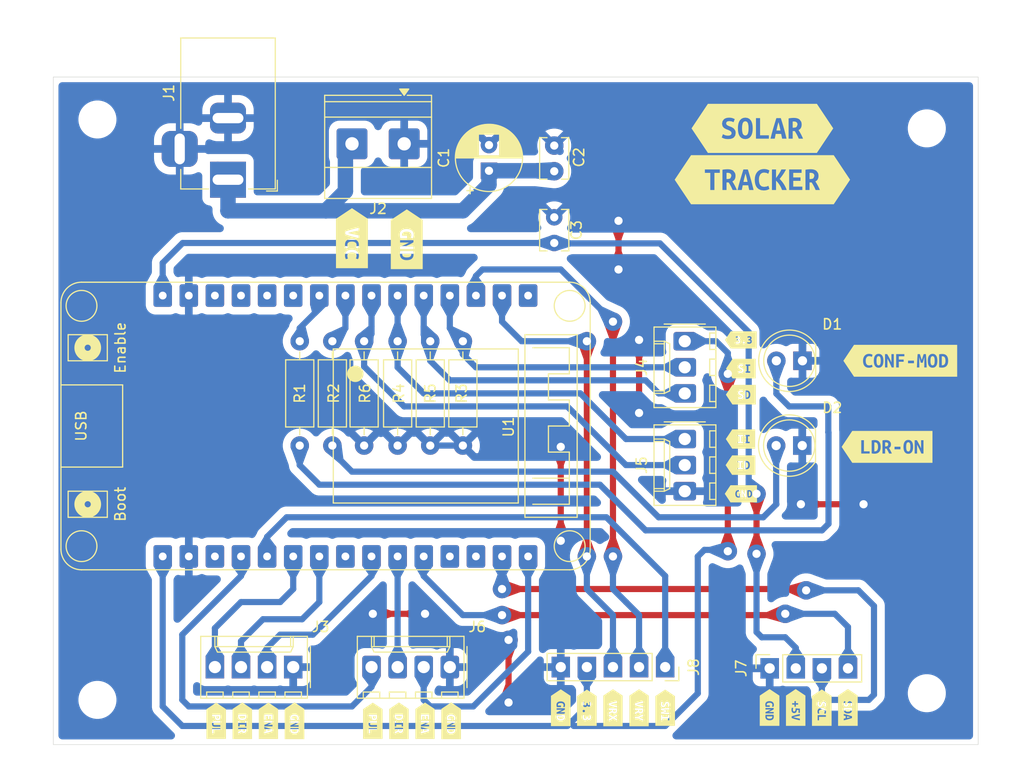
<source format=kicad_pcb>
(kicad_pcb (version 20241229) (generator "pcbnew") (generator_version "9.0")
  (layers (0 "F.Cu" signal) (2 "B.Cu" signal) (13 "F.Paste" user) (15 "B.Paste" user) (5 "F.SilkS" user "F.Silkscreen") (7 "B.SilkS" user "B.Silkscreen") (1 "F.Mask" user) (3 "B.Mask" user) (25 "Edge.Cuts" user))
  (net 0 "")
  (net 1 "VCC")
  (net 2 "GND")
  (net 3 "+5V")
  (net 4 "Net-(D1-A)")
  (net 5 "Net-(D2-A)")
  (net 6 "DIR")
  (net 7 "STEP")
  (net 8 "ENA")
  (net 9 "LDR_SI")
  (net 10 "LDR_SD")
  (net 11 "+3.3V")
  (net 12 "LDR_II")
  (net 13 "LDR_ID")
  (net 14 "ENA_V")
  (net 15 "DIR_V")
  (net 16 "STEP_V")
  (net 17 "SDA")
  (net 18 "SCL")
  (net 19 "SW_PIN")
  (net 20 "VRX_PIN")
  (net 21 "VRY_PIN")
  (net 22 "LED_CONF")
  (net 23 "LED_LDR")
  (footprint "kibuzzard-67F1E679" (layer "F.Cu") (at 124.46 121.412 -90)
    (property "Reference" "kibuzzard-67F1E679" (hide yes))
    (property "Value" "G***" (hide yes))
  )
  (footprint "kibuzzard-67F1E4A8" (layer "F.Cu") (at 136.906 88.392)
    (property "Reference" "kibuzzard-67F1E4A8" (hide yes))
    (property "Value" "G***" (hide yes))
  )
  (footprint "Resistor_THT:R_Axial_DIN0207_L6.3mm_D2.5mm_P10.16mm_Horizontal" (layer "F.Cu") (at 103.505 85.725 -90)
    (property "Reference" "R4" (at 5.08 -0.127 90) (layer "F.SilkS"))
    (property "Value" "10K")
    (pad "1" thru_hole circle (at 0 0 270) (size 1.8 1.8) (drill 0.8) (layers "*.Cu" "*.Mask") (net 12 "LDR_II"))
    (pad "2" thru_hole circle (at 10.16 0 270) (size 1.8 1.8) (drill 0.8) (layers "*.Cu" "*.Mask") (net 2 "GND"))
  )
  (footprint "kibuzzard-67F1E689" (layer "F.Cu") (at 129.54 121.412 -90)
    (property "Reference" "kibuzzard-67F1E689" (hide yes))
    (property "Value" "G***" (hide yes))
  )
  (footprint "@EmersonPrez15:ESP32_DEVKIT_V1_E32" (layer "F.Cu") (at 116.205 93.98 -90)
    (property "Reference" "U1" (at 0.095 1.905 90) (layer "F.SilkS"))
    (property "Value" "ESP32_DevKit_V1_DOIT")
    (fp_text user "Boot" (at 7.62 39.68 90) (layer "F.SilkS"))
    (fp_text user "USB" (at 0 43.49 90) (layer "F.SilkS"))
    (fp_text user "Enable" (at -7.62 39.68 90) (layer "F.SilkS"))
    (pad "1" thru_hole roundrect (at -12.7 0 270) (size 2.2 1.8) (drill 0.762) (layers "*.Cu" "*.Mask") (roundrect_rratio 0.1315789474))
    (pad "2" thru_hole roundrect (at -12.7 2.54 270) (size 2.2 1.8) (drill 0.762) (layers "*.Cu" "*.Mask") (roundrect_rratio 0.1315789474) (net 20 "VRX_PIN"))
    (pad "3" thru_hole roundrect (at -12.7 5.08 270) (size 2.2 1.8) (drill 0.762) (layers "*.Cu" "*.Mask") (roundrect_rratio 0.1315789474) (net 21 "VRY_PIN"))
    (pad "4" thru_hole roundrect (at -12.7 7.62 270) (size 2.2 1.8) (drill 0.762) (layers "*.Cu" "*.Mask") (roundrect_rratio 0.1315789474) (net 9 "LDR_SI"))
    (pad "5" thru_hole roundrect (at -12.7 10.16 270) (size 2.2 1.8) (drill 0.762) (layers "*.Cu" "*.Mask") (roundrect_rratio 0.1315789474) (net 10 "LDR_SD"))
    (pad "6" thru_hole roundrect (at -12.7 12.7 270) (size 2.2 1.8) (drill 0.762) (layers "*.Cu" "*.Mask") (roundrect_rratio 0.1315789474) (net 12 "LDR_II"))
    (pad "7" thru_hole roundrect (at -12.7 15.24 270) (size 2.2 1.8) (drill 0.762) (layers "*.Cu" "*.Mask") (roundrect_rratio 0.1315789474) (net 13 "LDR_ID"))
    (pad "8" thru_hole roundrect (at -12.7 17.78 270) (size 2.2 1.8) (drill 0.762) (layers "*.Cu" "*.Mask") (roundrect_rratio 0.1315789474) (net 23 "LED_LDR"))
    (pad "9" thru_hole roundrect (at -12.7 20.32 270) (size 2.2 1.8) (drill 0.762) (layers "*.Cu" "*.Mask") (roundrect_rratio 0.1315789474) (net 22 "LED_CONF"))
    (pad "10" thru_hole roundrect (at -12.7 22.86 270) (size 2.2 1.8) (drill 0.762) (layers "*.Cu" "*.Mask") (roundrect_rratio 0.1315789474))
    (pad "11" thru_hole roundrect (at -12.7 25.4 270) (size 2.2 1.8) (drill 0.762) (layers "*.Cu" "*.Mask") (roundrect_rratio 0.1315789474))
    (pad "12" thru_hole roundrect (at -12.7 27.94 270) (size 2.2 1.8) (drill 0.762) (layers "*.Cu" "*.Mask") (roundrect_rratio 0.1315789474))
    (pad "13" thru_hole roundrect (at -12.7 30.48 270) (size 2.2 1.8) (drill 0.762) (layers "*.Cu" "*.Mask") (roundrect_rratio 0.1315789474))
    (pad "14" thru_hole roundrect (at -12.7 33.02 270) (size 2.2 1.8) (drill 0.762) (layers "*.Cu" "*.Mask") (roundrect_rratio 0.1315789474) (net 2 "GND"))
    (pad "15" thru_hole roundrect (at -12.7 35.56 270) (size 2.2 1.8) (drill 0.762) (layers "*.Cu" "*.Mask") (roundrect_rratio 0.1315789474) (net 3 "+5V"))
    (pad "16" thru_hole roundrect (at 12.7 35.56 270) (size 2.2 1.8) (drill 0.762) (layers "*.Cu" "*.Mask") (roundrect_rratio 0.1315789474) (net 11 "+3.3V"))
    (pad "17" thru_hole roundrect (at 12.7 33.02 270) (size 2.2 1.8) (drill 0.762) (layers "*.Cu" "*.Mask") (roundrect_rratio 0.1315789474) (net 2 "GND"))
    (pad "18" thru_hole roundrect (at 12.7 30.48 270) (size 2.2 1.8) (drill 0.762) (layers "*.Cu" "*.Mask") (roundrect_rratio 0.1315789474))
    (pad "19" thru_hole roundrect (at 12.7 27.94 270) (size 2.2 1.8) (drill 0.762) (layers "*.Cu" "*.Mask") (roundrect_rratio 0.1315789474) (net 16 "STEP_V"))
    (pad "20" thru_hole roundrect (at 12.7 25.4 270) (size 2.2 1.8) (drill 0.762) (layers "*.Cu" "*.Mask") (roundrect_rratio 0.1315789474) (net 19 "SW_PIN"))
    (pad "21" thru_hole roundrect (at 12.7 22.86 270) (size 2.2 1.8) (drill 0.762) (layers "*.Cu" "*.Mask") (roundrect_rratio 0.1315789474) (net 7 "STEP"))
    (pad "22" thru_hole roundrect (at 12.7 20.32 270) (size 2.2 1.8) (drill 0.762) (layers "*.Cu" "*.Mask") (roundrect_rratio 0.1315789474) (net 6 "DIR"))
    (pad "23" thru_hole roundrect (at 12.7 17.78 270) (size 2.2 1.8) (drill 0.762) (layers "*.Cu" "*.Mask") (roundrect_rratio 0.1315789474))
    (pad "24" thru_hole roundrect (at 12.7 15.24 270) (size 2.2 1.8) (drill 0.762) (layers "*.Cu" "*.Mask") (roundrect_rratio 0.1315789474) (net 8 "ENA"))
    (pad "25" thru_hole roundrect (at 12.7 12.7 270) (size 2.2 1.8) (drill 0.762) (layers "*.Cu" "*.Mask") (roundrect_rratio 0.1315789474) (net 15 "DIR_V"))
    (pad "26" thru_hole roundrect (at 12.7 10.16 270) (size 2.2 1.8) (drill 0.762) (layers "*.Cu" "*.Mask") (roundrect_rratio 0.1315789474) (net 17 "SDA"))
    (pad "27" thru_hole roundrect (at 12.7 7.62 270) (size 2.2 1.8) (drill 0.762) (layers "*.Cu" "*.Mask") (roundrect_rratio 0.1315789474))
    (pad "28" thru_hole roundrect (at 12.7 5.08 270) (size 2.2 1.8) (drill 0.762) (layers "*.Cu" "*.Mask") (roundrect_rratio 0.1315789474))
    (pad "29" thru_hole roundrect (at 12.7 2.54 270) (size 2.2 1.8) (drill 0.762) (layers "*.Cu" "*.Mask") (roundrect_rratio 0.1315789474) (net 18 "SCL"))
    (pad "30" thru_hole roundrect (at 12.7 0 270) (size 2.2 1.8) (drill 0.762) (layers "*.Cu" "*.Mask") (roundrect_rratio 0.1315789474) (net 14 "ENA_V"))
  )
  (footprint "Resistor_THT:R_Axial_DIN0207_L6.3mm_D2.5mm_P10.16mm_Horizontal" (layer "F.Cu") (at 97.155 85.725 -90)
    (property "Reference" "R2" (at 5.08 -0.127 90) (layer "F.SilkS"))
    (property "Value" "470")
    (pad "1" thru_hole circle (at 0 0 270) (size 1.8 1.8) (drill 0.8) (layers "*.Cu" "*.Mask") (net 23 "LED_LDR"))
    (pad "2" thru_hole circle (at 10.16 0 270) (size 1.8 1.8) (drill 0.8) (layers "*.Cu" "*.Mask") (net 5 "Net-(D2-A)"))
  )
  (footprint "kibuzzard-67F1E5E3" (layer "F.Cu") (at 90.932 122.682 -90)
    (property "Reference" "kibuzzard-67F1E5E3" (hide yes))
    (property "Value" "G***" (hide yes))
  )
  (footprint "Capacitor_THT:CP_Radial_D6.3mm_P2.50mm" (layer "F.Cu") (at 112.395 69.12738 90)
    (property "Reference" "C1" (at 1.25 -4.4 90) (layer "F.SilkS"))
    (property "Value" "220uF/25V")
    (pad "1" thru_hole rect (at 0 0 90) (size 1.6 1.6) (drill 0.8) (layers "*.Cu" "*.Mask") (net 1 "VCC"))
    (pad "2" thru_hole circle (at 2.5 0 90) (size 1.6 1.6) (drill 0.8) (layers "*.Cu" "*.Mask") (net 2 "GND"))
  )
  (footprint "kibuzzard-67F1E673" (layer "F.Cu") (at 121.92 121.412 -90)
    (property "Reference" "kibuzzard-67F1E673" (hide yes))
    (property "Value" "G***" (hide yes))
  )
  (footprint "kibuzzard-67F1E66D" (layer "F.Cu") (at 119.38 121.412 -90)
    (property "Reference" "kibuzzard-67F1E66D" (hide yes))
    (property "Value" "G***" (hide yes))
  )
  (footprint "Connector_BarrelJack:BarrelJack_Horizontal" (layer "F.Cu") (at 87 70 -90)
    (property "Reference" "J1" (at -8.45 5.75 90) (layer "F.SilkS"))
    (property "Value" "Barrel_Jack_Switch")
    (pad "1" thru_hole rect (at 0 0 270) (size 3.5 3.5) (drill oval 1 3) (layers "*.Cu" "*.Mask") (net 1 "VCC"))
    (pad "2" thru_hole roundrect (at -6 0 270) (size 3 3.5) (drill oval 1 3) (layers "*.Cu" "*.Mask") (net 2 "GND"))
    (pad "3" thru_hole roundrect (at -3 4.7 270) (size 3.5 3.5) (drill oval 3 1) (layers "*.Cu" "*.Mask") (net 2 "GND"))
  )
  (footprint "MountingHole:MountingHole_3.2mm_M3" (layer "F.Cu") (at 74.295 64.135)
    (property "Reference" "REF**" (hide yes))
    (property "Value" "MountingHole_3.2mm_M3")
    (pad "" np_thru_hole circle (at 0 0) (size 3.2 3.2) (drill 3.2) (layers "*.Cu" "*.Mask"))
  )
  (footprint "Connector_Molex:Molex_KK-254_AE-6410-04A_1x04_P2.54mm_Vertical" (layer "F.Cu") (at 108.585 117.455 180)
    (property "Reference" "J6" (at -2.667 3.917 0) (layer "F.SilkS"))
    (property "Value" "MOTOR B")
    (pad "1" thru_hole roundrect (at 0 0 180) (size 1.8 2.2) (drill 1.19) (layers "*.Cu" "*.Mask") (roundrect_rratio 0.143678) (net 2 "GND"))
    (pad "2" thru_hole roundrect (at 2.54 0 180) (size 1.8 2.2) (drill 1.19) (layers "*.Cu" "*.Mask") (roundrect_rratio 0.143678) (net 14 "ENA_V"))
    (pad "3" thru_hole roundrect (at 5.08 0 180) (size 1.8 2.2) (drill 1.19) (layers "*.Cu" "*.Mask") (roundrect_rratio 0.143678) (net 15 "DIR_V"))
    (pad "4" thru_hole roundrect (at 7.62 0 180) (size 1.8 2.2) (drill 1.19) (layers "*.Cu" "*.Mask") (roundrect_rratio 0.143678) (net 16 "STEP_V"))
  )
  (footprint "kibuzzard-67F1E4B2" (layer "F.Cu") (at 136.906 90.932)
    (property "Reference" "kibuzzard-67F1E4B2" (hide yes))
    (property "Value" "G***" (hide yes))
  )
  (footprint "Connector_Molex:Molex_KK-254_AE-6410-04A_1x04_P2.54mm_Vertical" (layer "F.Cu") (at 93.345 117.455 180)
    (property "Reference" "J3" (at -2.667 3.917 0) (layer "F.SilkS"))
    (property "Value" "MOTOR A")
    (pad "1" thru_hole rect (at 0 0 180) (size 1.8 2.2) (drill 1.19) (layers "*.Cu" "*.Mask") (net 2 "GND"))
    (pad "2" thru_hole rect (at 2.54 0 180) (size 1.8 2.2) (drill 1.19) (layers "*.Cu" "*.Mask") (net 8 "ENA"))
    (pad "3" thru_hole rect (at 5.08 0 180) (size 1.8 2.2) (drill 1.19) (layers "*.Cu" "*.Mask") (net 6 "DIR"))
    (pad "4" thru_hole rect (at 7.62 0 180) (size 1.8 2.2) (drill 1.19) (layers "*.Cu" "*.Mask") (net 7 "STEP"))
  )
  (footprint "kibuzzard-67F1E5F0" (layer "F.Cu") (at 139.7 121.386799 -90)
    (property "Reference" "kibuzzard-67F1E5F0" (hide yes))
    (property "Value" "G***" (hide yes))
  )
  (footprint "kibuzzard-67F2E713" (layer "F.Cu") (at 139 70)
    (property "Reference" "kibuzzard-67F2E713" (hide yes))
    (property "Value" "G***" (hide yes))
  )
  (footprint "Resistor_THT:R_Axial_DIN0207_L6.3mm_D2.5mm_P10.16mm_Horizontal" (layer "F.Cu") (at 100.245 85.725 -90)
    (property "Reference" "R6" (at 5.08 -0.085 90) (layer "F.SilkS"))
    (property "Value" "10K")
    (pad "1" thru_hole circle (at 0 0 270) (size 1.8 1.8) (drill 0.8) (layers "*.Cu" "*.Mask") (net 13 "LDR_ID"))
    (pad "2" thru_hole circle (at 10.16 0 270) (size 1.8 1.8) (drill 0.8) (layers "*.Cu" "*.Mask") (net 2 "GND"))
  )
  (footprint "kibuzzard-67F1E4DB" (layer "F.Cu") (at 136.906 100.584)
    (property "Reference" "kibuzzard-67F1E4DB" (hide yes))
    (property "Value" "G***" (hide yes))
  )
  (footprint "kibuzzard-67F1E62A" (layer "F.Cu") (at 101.092 122.682 -90)
    (property "Reference" "kibuzzard-67F1E62A" (hide yes))
    (property "Value" "G***" (hide yes))
  )
  (footprint "kibuzzard-67F1ED0E" (layer "F.Cu") (at 152.417965 87.63)
    (property "Reference" "kibuzzard-67F1ED0E" (hide yes))
    (property "Value" "G***" (hide yes))
  )
  (footprint "kibuzzard-67F1ED13" (layer "F.Cu") (at 151.13 96.012)
    (property "Reference" "kibuzzard-67F1ED13" (hide yes))
    (property "Value" "G***" (hide yes))
  )
  (footprint "Capacitor_THT:C_Disc_D3.8mm_W2.6mm_P2.50mm" (layer "F.Cu") (at 118.745 69.175 90)
    (property "Reference" "C2" (at 1.357 2.413 90) (layer "F.SilkS"))
    (property "Value" "100nF")
    (pad "1" thru_hole circle (at 0 0 90) (size 1.8 1.8) (drill 0.8) (layers "*.Cu" "*.Mask") (net 1 "VCC"))
    (pad "2" thru_hole circle (at 2.5 0 90) (size 1.8 1.8) (drill 0.8) (layers "*.Cu" "*.Mask") (net 2 "GND"))
  )
  (footprint "Resistor_THT:R_Axial_DIN0207_L6.3mm_D2.5mm_P10.16mm_Horizontal" (layer "F.Cu") (at 106.68 85.725 -90)
    (property "Reference" "R5" (at 5.08 0 90) (layer "F.SilkS"))
    (property "Value" "10K")
    (pad "1" thru_hole circle (at 0 0 270) (size 1.8 1.8) (drill 0.8) (layers "*.Cu" "*.Mask") (net 10 "LDR_SD"))
    (pad "2" thru_hole circle (at 10.16 0 270) (size 1.8 1.8) (drill 0.8) (layers "*.Cu" "*.Mask") (net 2 "GND"))
  )
  (footprint "kibuzzard-67F1E5F0" (layer "F.Cu") (at 93.472 122.682 -90)
    (property "Reference" "kibuzzard-67F1E5F0" (hide yes))
    (property "Value" "G***" (hide yes))
  )
  (footprint "kibuzzard-67F1ED00" (layer "F.Cu") (at 104.394 75.795123 -90)
    (property "Reference" "kibuzzard-67F1ED00" (hide yes))
    (property "Value" "G***" (hide yes))
  )
  (footprint "Connector_PinSocket_2.54mm:PinSocket_1x05_P2.54mm_Vertical" (layer "F.Cu") (at 129.54 117.455 -90)
    (property "Reference" "J8" (at 0 -2.77 90) (layer "F.SilkS"))
    (property "Value" "JOYSTICK")
    (pad "1" thru_hole rect (at 0 0 270) (size 2 1.8) (drill 1) (layers "*.Cu" "*.Mask") (net 19 "SW_PIN"))
    (pad "2" thru_hole rect (at 0 2.54 270) (size 2 1.8) (drill 1) (layers "*.Cu" "*.Mask") (net 21 "VRY_PIN"))
    (pad "3" thru_hole rect (at 0 5.08 270) (size 2 1.8) (drill 1) (layers "*.Cu" "*.Mask") (net 20 "VRX_PIN"))
    (pad "4" thru_hole rect (at 0 7.62 270) (size 2 1.8) (drill 1) (layers "*.Cu" "*.Mask") (net 11 "+3.3V"))
    (pad "5" thru_hole rect (at 0 10.16 270) (size 2 1.8) (drill 1) (layers "*.Cu" "*.Mask") (net 2 "GND"))
  )
  (footprint "MountingHole:MountingHole_3.2mm_M3" (layer "F.Cu") (at 74.295 120.65)
    (property "Reference" "REF**" (hide yes))
    (property "Value" "MountingHole_3.2mm_M3")
    (pad "" np_thru_hole circle (at 0 0) (size 3.2 3.2) (drill 3.2) (layers "*.Cu" "*.Mask"))
  )
  (footprint "kibuzzard-67F1E6A7" (layer "F.Cu") (at 144.78 121.4036 -90)
    (property "Reference" "kibuzzard-67F1E6A7" (hide yes))
    (property "Value" "G***" (hide yes))
  )
  (footprint "kibuzzard-67F1E6AC" (layer "F.Cu") (at 147.32 121.383568 -90)
    (property "Reference" "kibuzzard-67F1E6AC" (hide yes))
    (property "Value" "G***" (hide yes))
  )
  (footprint "kibuzzard-67F1E5DB" (layer "F.Cu") (at 103.632 122.682 -90)
    (property "Reference" "kibuzzard-67F1E5DB" (hide yes))
    (property "Value" "G***" (hide yes))
  )
  (footprint "kibuzzard-67F1E69E" (layer "F.Cu") (at 142.24 121.388522 -90)
    (property "Reference" "kibuzzard-67F1E69E" (hide yes))
    (property "Value" "G***" (hide yes))
  )
  (footprint "kibuzzard-67F1E4EA" (layer "F.Cu") (at 136.869884 95.25)
    (property "Reference" "kibuzzard-67F1E4EA" (hide yes))
    (property "Value" "G***" (hide yes))
  )
  (footprint "Connector_PinSocket_2.54mm:PinSocket_1x04_P2.54mm_Vertical" (layer "F.Cu") (at 139.71 117.577 90)
    (property "Reference" "J7" (at 0 -2.77 90) (layer "F.SilkS"))
    (property "Value" "OLED")
    (pad "1" thru_hole rect (at 0 0 90) (size 2 1.8) (drill 1) (layers "*.Cu" "*.Mask") (net 2 "GND"))
    (pad "2" thru_hole rect (at 0 2.54 90) (size 2 1.8) (drill 1) (layers "*.Cu" "*.Mask") (net 3 "+5V"))
    (pad "3" thru_hole rect (at 0 5.08 90) (size 2 1.8) (drill 1) (layers "*.Cu" "*.Mask") (net 18 "SCL"))
    (pad "4" thru_hole rect (at 0 7.62 90) (size 2 1.8) (drill 1) (layers "*.Cu" "*.Mask") (net 17 "SDA"))
  )
  (footprint "LED_THT:LED_D5.0mm" (layer "F.Cu") (at 142.88 95.885 180)
    (property "Reference" "D2" (at -2.916 3.683 0) (layer "F.SilkS"))
    (property "Value" "~")
    (pad "1" thru_hole rect (at 0 0 180) (size 1.8 1.8) (drill 0.9) (layers "*.Cu" "*.Mask") (net 2 "GND"))
    (pad "2" thru_hole circle (at 2.54 0 180) (size 1.8 1.8) (drill 0.9) (layers "*.Cu" "*.Mask") (net 5 "Net-(D2-A)"))
  )
  (footprint "Resistor_THT:R_Axial_DIN0207_L6.3mm_D2.5mm_P10.16mm_Horizontal" (layer "F.Cu") (at 93.98 85.725 -90)
    (property "Reference" "R1" (at 5.08 0 90) (layer "F.SilkS"))
    (property "Value" "470")
    (pad "1" thru_hole circle (at 0 0 270) (size 1.8 1.8) (drill 0.8) (layers "*.Cu" "*.Mask") (net 22 "LED_CONF"))
    (pad "2" thru_hole circle (at 10.16 0 270) (size 1.8 1.8) (drill 0.8) (layers "*.Cu" "*.Mask") (net 4 "Net-(D1-A)"))
  )
  (footprint "Capacitor_THT:C_Disc_D3.8mm_W2.6mm_P2.50mm" (layer "F.Cu") (at 118.745 76.16 90)
    (property "Reference" "C3" (at 1.25 2.159 90) (layer "F.SilkS"))
    (property "Value" "100nF")
    (pad "1" thru_hole circle (at 0 0 90) (size 1.6 1.6) (drill 0.8) (layers "*.Cu" "*.Mask") (net 3 "+5V"))
    (pad "2" thru_hole circle (at 2.5 0 90) (size 1.6 1.6) (drill 0.8) (layers "*.Cu" "*.Mask") (net 2 "GND"))
  )
  (footprint "kibuzzard-67F1E47E" (layer "F.Cu") (at 136.906 85.598)
    (property "Reference" "kibuzzard-67F1E47E" (hide yes))
    (property "Value" "G***" (hide yes))
  )
  (footprint "MountingHole:MountingHole_3.2mm_M3" (layer "F.Cu") (at 155 65)
    (property "Reference" "REF**" (hide yes))
    (property "Value" "MountingHole_3.2mm_M3")
    (pad "" np_thru_hole circle (at 0 0) (size 3.2 3.2) (drill 3.2) (layers "*.Cu" "*.Mask"))
  )
  (footprint "Resistor_THT:R_Axial_DIN0207_L6.3mm_D2.5mm_P10.16mm_Horizontal" (layer "F.Cu") (at 109.855 85.725 -90)
    (property "Reference" "R3" (at 5.08 0.127 90) (layer "F.SilkS"))
    (property "Value" "10K")
    (pad "1" thru_hole circle (at 0 0 270) (size 1.8 1.8) (drill 0.8) (layers "*.Cu" "*.Mask") (net 9 "LDR_SI"))
    (pad "2" thru_hole circle (at 10.16 0 270) (size 1.8 1.8) (drill 0.8) (layers "*.Cu" "*.Mask") (net 2 "GND"))
  )
  (footprint "Connector_Molex:Molex_KK-254_AE-6410-03A_1x03_P2.54mm_Vertical" (layer "F.Cu") (at 131.445 85.725 -90)
    (property "Reference" "J4" (at 2.54 4.191 90) (layer "F.SilkS"))
    (property "Value" "LDR-S")
    (pad "1" thru_hole roundrect (at 0 0 270) (size 1.8 2.2) (drill 1.19) (layers "*.Cu" "*.Mask") (roundrect_rratio 0.143678) (net 11 "+3.3V"))
    (pad "2" thru_hole roundrect (at 2.54 0 270) (size 1.8 2.2) (drill 1.19) (layers "*.Cu" "*.Mask") (roundrect_rratio 0.143678) (net 9 "LDR_SI"))
    (pad "3" thru_hole roundrect (at 5.08 0 270) (size 1.8 2.2) (drill 1.19) (layers "*.Cu" "*.Mask") (roundrect_rratio 0.143678) (net 10 "LDR_SD"))
  )
  (footprint "TerminalBlock_Phoenix:TerminalBlock_Phoenix_MKDS-1,5-2-5.08_1x02_P5.08mm_Horizontal" (layer "F.Cu") (at 104.145 66.5025 180)
    (property "Reference" "J2" (at 2.54 -6.32 0) (layer "F.SilkS"))
    (property "Value" "V_MOTOR")
    (pad "1" thru_hole roundrect (at 0 0 180) (size 3 3) (drill 1.3) (layers "*.Cu" "*.Mask") (roundrect_rratio 0.096154) (net 2 "GND"))
    (pad "2" thru_hole roundrect (at 5.08 0 180) (size 3 3) (drill 1.3) (layers "*.Cu" "*.Mask") (roundrect_rratio 0.096154) (net 1 "VCC"))
  )
  (footprint "kibuzzard-67F1E4E2" (layer "F.Cu") (at 136.869884 97.79)
    (property "Reference" "kibuzzard-67F1E4E2" (hide yes))
    (property "Value" "G***" (hide yes))
  )
  (footprint "kibuzzard-67F1E67F" (layer "F.Cu") (at 127 121.412 -90)
    (property "Reference" "kibuzzard-67F1E67F" (hide yes))
    (property "Value" "G***" (hide yes))
  )
  (footprint "Connector_Molex:Molex_KK-254_AE-6410-03A_1x03_P2.54mm_Vertical" (layer "F.Cu") (at 131.445 95.25 -90)
    (property "Reference" "J5" (at 2.54 4.191 90) (layer "F.SilkS"))
    (property "Value" "LDR-I")
    (pad "1" thru_hole roundrect (at 0 0 270) (size 1.8 2.2) (drill 1.19) (layers "*.Cu" "*.Mask") (roundrect_rratio 0.143678) (net 12 "LDR_II"))
    (pad "2" thru_hole roundrect (at 2.54 0 270) (size 1.8 2.2) (drill 1.19) (layers "*.Cu" "*.Mask") (roundrect_rratio 0.143678) (net 13 "LDR_ID"))
    (pad "3" thru_hole roundrect (at 5.08 0 270) (size 1.8 2.2) (drill 1.19) (layers "*.Cu" "*.Mask") (roundrect_rratio 0.143678) (net 2 "GND"))
  )
  (footprint "LED_THT:LED_D5.0mm" (layer "F.Cu") (at 142.9 87.63 180)
    (property "Reference" "D1" (at -2.896 3.556 0) (layer "F.SilkS"))
    (property "Value" "~")
    (pad "1" thru_hole rect (at 0 0 180) (size 1.8 1.8) (drill 0.9) (layers "*.Cu" "*.Mask") (net 2 "GND"))
    (pad "2" thru_hole circle (at 2.54 0 180) (size 1.8 1.8) (drill 0.9) (layers "*.Cu" "*.Mask") (net 4 "Net-(D1-A)"))
  )
  (footprint "kibuzzard-67F1E623" (layer "F.Cu") (at 85.852 122.682 -90)
    (property "Reference" "kibuzzard-67F1E623" (hide yes))
    (property "Value" "G***" (hide yes))
  )
  (footprint "kibuzzard-67F2E706" (layer "F.Cu") (at 139 65)
    (property "Reference" "kibuzzard-67F2E706" (hide yes))
    (property "Value" "G***" (hide yes))
  )
  (footprint "kibuzzard-67F1E5E3" (layer "F.Cu") (at 106.172 122.682 -90)
    (property "Reference" "kibuzzard-67F1E5E3" (hide yes))
    (property "Value" "G***" (hide yes))
  )
  (footprint "MountingHole:MountingHole_3.2mm_M3" (layer "F.Cu") (at 155 120)
    (property "Reference" "REF**" (hide yes))
    (property "Value" "MountingHole_3.2mm_M3")
    (pad "" np_thru_hole circle (at 0 0) (size 3.2 3.2) (drill 3.2) (layers "*.Cu" "*.Mask"))
  )
  (footprint "kibuzzard-67F1E5DB" (layer "F.Cu") (at 88.392 122.682 -90)
    (property "Reference" "kibuzzard-67F1E5DB" (hide yes))
    (property "Value" "G***" (hide yes))
  )
  (footprint "kibuzzard-67F1ECFC" (layer "F.Cu") (at 99.06 75.692 -90)
    (property "Reference" "kibuzzard-67F1ECFC" (hide yes))
    (property "Value" "G***" (hide yes))
  )
  (footprint "kibuzzard-67F1E5F0" (layer "F.Cu") (at 108.712 122.682 -90)
    (property "Reference" "kibuzzard-67F1E5F0" (hide yes))
    (property "Value" "G***" (hide yes))
  )
  (gr_rect (start 70 60) (end 160 125) (stroke (width 0.05)) (fill no) (layer "Edge.Cuts"))
  (segment (start 109.855 73.025) (end 96.52 73.025) (width 1.5) (layer "B.Cu") (net 1))
  (segment (start 112.395 69.12738) (end 112.395 70.485) (width 1.5) (layer "B.Cu") (net 1))
  (segment (start 86.995 73.025) (end 96.52 73.025) (width 1.5) (layer "B.Cu") (net 1))
  (segment (start 86 69) (end 87 70) (width 1.5) (layer "B.Cu") (net 1))
  (segment (start 98.425 67.1425) (end 99.065 66.5025) (width 1.5) (layer "B.Cu") (net 1))
  (segment (start 112.395 70.485) (end 109.855 73.025) (width 1.5) (layer "B.Cu") (net 1))
  (segment (start 112.395 69.12738) (end 118.69738 69.12738) (width 1.5) (layer "B.Cu") (net 1))
  (segment (start 96.52 73.025) (end 98.425 71.12) (width 1.5) (layer "B.Cu") (net 1))
  (segment (start 87 73.02) (end 86.995 73.025) (width 1.5) (layer "B.Cu") (net 1))
  (segment (start 98.425 71.12) (end 98.425 67.1425) (width 1.5) (layer "B.Cu") (net 1))
  (segment (start 87 70) (end 87 73.02) (width 1.5) (layer "B.Cu") (net 1))
  (segment (start 118.69738 69.12738) (end 118.745 69.175) (width 1.5) (layer "B.Cu") (net 1))
  (segment (start 114.3 120.904) (end 114.3 114.808) (width 0.6) (layer "F.Cu") (net 2))
  (segment (start 148.844 101.6) (end 142.748 101.6) (width 0.6) (layer "F.Cu") (net 2))
  (segment (start 127 92.71) (end 127 85.598) (width 0.6) (layer "F.Cu") (net 2))
  (segment (start 125 74) (end 125 78.74) (width 0.6) (layer "F.Cu") (net 2))
  (segment (start 119.38 105.156) (end 119.38 96.012) (width 0.6) (layer "F.Cu") (net 2))
  (segment (start 106.172 112.268) (end 101.092 112.268) (width 0.6) (layer "F.Cu") (net 2))
  (via (at 127 92.71) (size 1.8) (drill 0.8) (layers "F.Cu" "B.Cu") (net 2))
  (via (at 125 78.74) (size 1.8) (drill 0.8) (layers "F.Cu" "B.Cu") (net 2))
  (via (at 101.092 112.268) (size 1.8) (drill 0.8) (layers "F.Cu" "B.Cu") (net 2))
  (via (at 125 74) (size 1.8) (drill 0.8) (layers "F.Cu" "B.Cu") (net 2))
  (via (at 119.38 96.012) (size 1.8) (drill 0.8) (layers "F.Cu" "B.Cu") (net 2))
  (via (at 127 85.598) (size 1.8) (drill 0.8) (layers "F.Cu" "B.Cu") (net 2))
  (via (at 148.844 101.6) (size 1.8) (drill 0.8) (layers "F.Cu" "B.Cu") (net 2))
  (via (at 119.38 105.156) (size 1.8) (drill 0.8) (layers "F.Cu" "B.Cu") (net 2))
  (via (at 106.172 112.268) (size 1.8) (drill 0.8) (layers "F.Cu" "B.Cu") (net 2))
  (via (at 114.3 114.808) (size 1.8) (drill 0.8) (layers "F.Cu" "B.Cu") (net 2))
  (via (at 114.3 120.904) (size 1.8) (drill 0.8) (layers "F.Cu" "B.Cu") (net 2))
  (via (at 142.748 101.6) (size 1.8) (drill 0.8) (layers "F.Cu" "B.Cu") (net 2))
  (segment (start 127.254 92.964) (end 127 92.71) (width 0.6) (layer "B.Cu") (net 2))
  (segment (start 125 78.74) (end 122.936 78.74) (width 0.6) (layer "B.Cu") (net 2))
  (segment (start 127 81) (end 127 85.598) (width 0.6) (layer "B.Cu") (net 2))
  (segment (start 109.855 95.885) (end 106.68 95.885) (width 0.6) (layer "B.Cu") (net 2))
  (segment (start 124.994 78.994) (end 127 81) (width 0.6) (layer "B.Cu") (net 2))
  (segment (start 122.682 78.994) (end 124.994 78.994) (width 0.6) (layer "B.Cu") (net 2))
  (segment (start 134.366 92.964) (end 127.254 92.964) (width 0.6) (layer "B.Cu") (net 2))
  (segment (start 122.936 78.74) (end 122.682 78.994) (width 0.6) (layer "B.Cu") (net 2))
  (segment (start 138.43 106.426) (end 138.43 100.584) (width 0.6) (layer "F.Cu") (net 3))
  (via (at 138.43 106.426) (size 1.8) (drill 0.8) (layers "F.Cu" "B.Cu") (net 3))
  (via (at 138.43 100.584) (size 1.8) (drill 0.8) (layers "F.Cu" "B.Cu") (net 3))
  (segment (start 129.032 76.2) (end 118.785 76.2) (width 0.6) (layer "B.Cu") (net 3))
  (segment (start 118.785 76.2) (end 118.745 76.16) (width 0.6) (layer "B.Cu") (net 3))
  (segment (start 142.25 115.58) (end 141.224 114.554) (width 0.6) (layer "B.Cu") (net 3))
  (segment (start 141.224 114.554) (end 138.938 114.554) (width 0.6) (layer "B.Cu") (net 3))
  (segment (start 138.938 114.554) (end 138.43 114.046) (width 0.6) (layer "B.Cu") (net 3))
  (segment (start 80.645 78.105) (end 80.645 81.28) (width 0.6) (layer "B.Cu") (net 3))
  (segment (start 142.25 117.577) (end 142.25 115.58) (width 0.6) (layer "B.Cu") (net 3))
  (segment (start 138.43 100.584) (end 137.668 99.822) (width 0.6) (layer "B.Cu") (net 3))
  (segment (start 138.43 106.426) (end 138.684 106.172) (width 0.6) (layer "B.Cu") (net 3))
  (segment (start 118.745 76.16) (end 82.59 76.16) (width 0.6) (layer "B.Cu") (net 3))
  (segment (start 137.668 84.836) (end 129.032 76.2) (width 0.6) (layer "B.Cu") (net 3))
  (segment (start 138.43 114.046) (end 138.43 106.426) (width 0.6) (layer "B.Cu") (net 3))
  (segment (start 137.668 99.822) (end 137.668 84.836) (width 0.6) (layer "B.Cu") (net 3))
  (segment (start 82.59 76.16) (end 80.645 78.105) (width 0.6) (layer "B.Cu") (net 3))
  (segment (start 93.98 97.79) (end 95.885 99.695) (width 0.6) (layer "B.Cu") (net 4))
  (segment (start 95.885 99.695) (end 123.19 99.695) (width 0.6) (layer "B.Cu") (net 4))
  (segment (start 145.435 94.615) (end 145.415 94.595) (width 0.6) (layer "B.Cu") (net 4))
  (segment (start 145.415 94.595) (end 145.415 92.075) (width 0.6) (layer "B.Cu") (net 4))
  (segment (start 145.435 103.505) (end 145.435 94.615) (width 0.6) (layer "B.Cu") (net 4))
  (segment (start 145.415 92.075) (end 141.605 92.075) (width 0.6) (layer "B.Cu") (net 4))
  (segment (start 144.8 104.14) (end 145.435 103.505) (width 0.6) (layer "B.Cu") (net 4))
  (segment (start 123.19 99.695) (end 127.635 104.14) (width 0.6) (layer "B.Cu") (net 4))
  (segment (start 93.98 95.885) (end 93.98 97.79) (width 0.6) (layer "B.Cu") (net 4))
  (segment (start 127.635 104.14) (end 144.8 104.14) (width 0.6) (layer "B.Cu") (net 4))
  (segment (start 141.605 92.075) (end 140.36 90.83) (width 0.6) (layer "B.Cu") (net 4))
  (segment (start 140.36 90.83) (end 140.36 87.63) (width 0.6) (layer "B.Cu") (net 4))
  (segment (start 97.155 96.52) (end 97.155 95.885) (width 0.6) (layer "B.Cu") (net 5))
  (segment (start 140.345 101.61) (end 139.085 102.87) (width 0.6) (layer "B.Cu") (net 5))
  (segment (start 140.34 101.605) (end 140.345 101.61) (width 0.6) (layer "B.Cu") (net 5))
  (segment (start 128.905 102.87) (end 124.46 98.425) (width 0.6) (layer "B.Cu") (net 5))
  (segment (start 124.46 98.425) (end 99.06 98.425) (width 0.6) (layer "B.Cu") (net 5))
  (segment (start 140.36 101.595) (end 140.345 101.61) (width 0.6) (layer "B.Cu") (net 5))
  (segment (start 99.06 98.425) (end 97.155 96.52) (width 0.6) (layer "B.Cu") (net 5))
  (segment (start 140.34 95.885) (end 140.34 101.605) (width 0.6) (layer "B.Cu") (net 5))
  (segment (start 139.085 102.87) (end 128.905 102.87) (width 0.6) (layer "B.Cu") (net 5))
  (segment (start 88.265 114.935) (end 90.403374 112.796626) (width 0.6) (layer "B.Cu") (net 6))
  (segment (start 94.213374 112.796626) (end 95.885 111.125) (width 0.6) (layer "B.Cu") (net 6))
  (segment (start 90.403374 112.796626) (end 94.213374 112.796626) (width 0.6) (layer "B.Cu") (net 6))
  (segment (start 95.885 111.125) (end 95.885 106.68) (width 0.6) (layer "B.Cu") (net 6))
  (segment (start 88.265 117.455) (end 88.265 114.935) (width 0.6) (layer "B.Cu") (net 6))
  (segment (start 92.075 111.125) (end 93.345 109.855) (width 0.6) (layer "B.Cu") (net 7))
  (segment (start 85.725 117.455) (end 85.725 113.665) (width 0.6) (layer "B.Cu") (net 7))
  (segment (start 93.345 109.855) (end 93.345 106.68) (width 0.6) (layer "B.Cu") (net 7))
  (segment (start 88.265 111.125) (end 92.075 111.125) (width 0.6) (layer "B.Cu") (net 7))
  (segment (start 85.725 113.665) (end 88.265 111.125) (width 0.6) (layer "B.Cu") (net 7))
  (segment (start 100.965 108.585) (end 100.965 106.68) (width 0.6) (layer "B.Cu") (net 8))
  (segment (start 92.075 114.3) (end 95.25 114.3) (width 0.6) (layer "B.Cu") (net 8))
  (segment (start 90.805 115.57) (end 92.075 114.3) (width 0.6) (layer "B.Cu") (net 8))
  (segment (start 95.25 114.3) (end 100.965 108.585) (width 0.6) (layer "B.Cu") (net 8))
  (segment (start 90.805 117.455) (end 90.805 115.57) (width 0.6) (layer "B.Cu") (net 8))
  (segment (start 109.855 85.725) (end 109.855 86.995) (width 0.6) (layer "B.Cu") (net 9))
  (segment (start 109.855 86.995) (end 111.125 88.265) (width 0.6) (layer "B.Cu") (net 9))
  (segment (start 108.585 84.455) (end 109.855 85.725) (width 0.6) (layer "B.Cu") (net 9))
  (segment (start 108.585 81.28) (end 108.585 84.455) (width 0.6) (layer "B.Cu") (net 9))
  (segment (start 111.125 88.265) (end 131.445 88.265) (width 0.6) (layer "B.Cu") (net 9))
  (segment (start 106.045 81.28) (end 106.045 85.09) (width 0.6) (layer "B.Cu") (net 10))
  (segment (start 108.585 89.535) (end 127.635 89.535) (width 0.6) (layer "B.Cu") (net 10))
  (segment (start 106.68 87.63) (end 108.585 89.535) (width 0.6) (layer "B.Cu") (net 10))
  (segment (start 127.635 89.535) (end 128.905 90.805) (width 0.6) (layer "B.Cu") (net 10))
  (segment (start 128.905 90.805) (end 131.445 90.805) (width 0.6) (layer "B.Cu") (net 10))
  (segment (start 106.68 85.725) (end 106.68 87.63) (width 0.6) (layer "B.Cu") (net 10))
  (segment (start 106.045 85.09) (end 106.68 85.725) (width 0.6) (layer "B.Cu") (net 10))
  (segment (start 135.636 106.172) (end 135.636 88.9) (width 0.6) (layer "F.Cu") (net 11))
  (via (at 135.636 88.9) (size 1.8) (drill 0.8) (layers "F.Cu" "B.Cu") (net 11))
  (via (at 135.636 106.172) (size 1.8) (drill 0.8) (layers "F.Cu" "B.Cu") (net 11))
  (segment (start 135.636 88.9) (end 135.636 86.868) (width 0.6) (layer "B.Cu") (net 11))
  (segment (start 121.92 117.455) (end 121.92 121.285) (width 0.6) (layer "B.Cu") (net 11))
  (segment (start 121.92 121.285) (end 120.3325 122.8725) (width 0.6) (layer "B.Cu") (net 11))
  (segment (start 133.35 106.045) (end 132.715 106.68) (width 0.6) (layer "B.Cu") (net 11))
  (segment (start 80.645 121.285) (end 80.645 106.68) (width 0.6) (layer "B.Cu") (net 11))
  (segment (start 135.509 106.045) (end 133.35 106.045) (width 0.6) (layer "B.Cu") (net 11))
  (segment (start 135.636 86.868) (end 134.493 85.725) (width 0.6) (layer "B.Cu") (net 11))
  (segment (start 132.715 120.015) (end 129.54 123.19) (width 0.6) (layer "B.Cu") (net 11))
  (segment (start 120.3325 122.8725) (end 120.015 123.19) (width 0.6) (layer "B.Cu") (net 11))
  (segment (start 82.55 123.19) (end 80.645 121.285) (width 0.6) (layer "B.Cu") (net 11))
  (segment (start 135.636 106.172) (end 135.509 106.045) (width 0.6) (layer "B.Cu") (net 11))
  (segment (start 120.015 123.19) (end 82.55 123.19) (width 0.6) (layer "B.Cu") (net 11))
  (segment (start 132.715 106.68) (end 132.715 120.015) (width 0.6) (layer "B.Cu") (net 11))
  (segment (start 129.54 123.19) (end 120.65 123.19) (width 0.6) (layer "B.Cu") (net 11))
  (segment (start 120.65 123.19) (end 120.3325 122.8725) (width 0.6) (layer "B.Cu") (net 11))
  (segment (start 134.493 85.725) (end 131.445 85.725) (width 0.6) (layer "B.Cu") (net 11))
  (segment (start 103.505 85.725) (end 103.505 88.265) (width 0.6) (layer "B.Cu") (net 12))
  (segment (start 103.505 81.28) (end 103.505 85.725) (width 0.6) (layer "B.Cu") (net 12))
  (segment (start 125.73 95.25) (end 131.445 95.25) (width 0.6) (layer "B.Cu") (net 12))
  (segment (start 121.285 90.805) (end 125.73 95.25) (width 0.6) (layer "B.Cu") (net 12))
  (segment (start 103.505 88.265) (end 106.045 90.805) (width 0.6) (layer "B.Cu") (net 12))
  (segment (start 106.045 90.805) (end 121.285 90.805) (width 0.6) (layer "B.Cu") (net 12))
  (segment (start 125.73 97.79) (end 131.445 97.79) (width 0.6) (layer "B.Cu") (net 13))
  (segment (start 100.965 85.005) (end 100.245 85.725) (width 0.6) (layer "B.Cu") (net 13))
  (segment (start 100.965 81.28) (end 100.965 85.005) (width 0.6) (layer "B.Cu") (net 13))
  (segment (start 100.245 85.725) (end 100.245 88.18) (width 0.6) (layer "B.Cu") (net 13))
  (segment (start 100.245 88.18) (end 104.14 92.075) (width 0.6) (layer "B.Cu") (net 13))
  (segment (start 104.14 92.075) (end 120.015 92.075) (width 0.6) (layer "B.Cu") (net 13))
  (segment (start 120.015 92.075) (end 125.73 97.79) (width 0.6) (layer "B.Cu") (net 13))
  (segment (start 116.205 115.951) (end 116.205 106.68) (width 0.6) (layer "B.Cu") (net 14))
  (segment (start 106.045 117.455) (end 106.045 120.65) (width 0.6) (layer "B.Cu") (net 14))
  (segment (start 106.045 120.65) (end 106.68 121.285) (width 0.6) (layer "B.Cu") (net 14))
  (segment (start 106.68 121.285) (end 110.871 121.285) (width 0.6) (layer "B.Cu") (net 14))
  (segment (start 110.871 121.285) (end 116.205 115.951) (width 0.6) (layer "B.Cu") (net 14))
  (segment (start 103.505 117.455) (end 103.505 106.68) (width 0.6) (layer "B.Cu") (net 15))
  (segment (start 100.965 119.38) (end 99.06 121.285) (width 0.6) (layer "B.Cu") (net 16))
  (segment (start 83.185 121.285) (end 82.55 120.65) (width 0.6) (layer "B.Cu") (net 16))
  (segment (start 100.965 117.455) (end 100.965 119.38) (width 0.6) (layer "B.Cu") (net 16))
  (segment (start 82.55 120.65) (end 82.55 114.3) (width 0.6) (layer "B.Cu") (net 16))
  (segment (start 82.55 114.3) (end 88.265 108.585) (width 0.6) (layer "B.Cu") (net 16))
  (segment (start 99.06 121.285) (end 83.185 121.285) (width 0.6) (layer "B.Cu") (net 16))
  (segment (start 88.265 108.585) (end 88.265 106.68) (width 0.6) (layer "B.Cu") (net 16))
  (segment (start 113.665 112.395) (end 141.097 112.395) (width 0.6) (layer "F.Cu") (net 17))
  (segment (start 141.097 112.395) (end 141.224 112.268) (width 0.6) (layer "F.Cu") (net 17))
  (via (at 113.665 112.395) (size 1.8) (drill 0.8) (layers "F.Cu" "B.Cu") (net 17))
  (via (at 141.224 112.268) (size 1.8) (drill 0.8) (layers "F.Cu" "B.Cu") (net 17))
  (segment (start 113.665 112.395) (end 109.855 112.395) (width 0.6) (layer "B.Cu") (net 17))
  (segment (start 141.224 112.268) (end 146.05 112.268) (width 0.6) (layer "B.Cu") (net 17))
  (segment (start 106.045 108.585) (end 106.045 106.68) (width 0.6) (layer "B.Cu") (net 17))
  (segment (start 147.33 113.548) (end 147.33 117.577) (width 0.6) (layer "B.Cu") (net 17))
  (segment (start 146.05 112.268) (end 147.33 113.548) (width 0.6) (layer "B.Cu") (net 17))
  (segment (start 109.855 112.395) (end 106.045 108.585) (width 0.6) (layer "B.Cu") (net 17))
  (segment (start 113.665 109.855) (end 143.129 109.855) (width 0.6) (layer "F.Cu") (net 18))
  (segment (start 143.129 109.855) (end 143.256 109.982) (width 0.6) (layer "F.Cu") (net 18))
  (via (at 113.665 109.855) (size 1.8) (drill 0.8) (layers "F.Cu" "B.Cu") (net 18))
  (via (at 143.256 109.982) (size 1.8) (drill 0.8) (layers "F.Cu" "B.Cu") (net 18))
  (segment (start 113.665 106.68) (end 113.665 109.855) (width 0.6) (layer "B.Cu") (net 18))
  (segment (start 149.86 111.506) (end 149.86 120.142) (width 0.6) (layer "B.Cu") (net 18))
  (segment (start 145.288 120.65) (end 144.78 120.142) (width 0.6) (layer "B.Cu") (net 18))
  (segment (start 144.78 120.142) (end 144.78 119.908) (width 0.6) (layer "B.Cu") (net 18))
  (segment (start 149.86 120.142) (end 149.352 120.65) (width 0.6) (layer "B.Cu") (net 18))
  (segment (start 143.256 109.982) (end 148.336 109.982) (width 0.6) (layer "B.Cu") (net 18))
  (segment (start 148.336 109.982) (end 149.86 111.506) (width 0.6) (layer "B.Cu") (net 18))
  (segment (start 144.78 119.908) (end 144.79 119.898) (width 0.6) (layer "B.Cu") (net 18))
  (segment (start 149.352 120.65) (end 145.288 120.65) (width 0.6) (layer "B.Cu") (net 18))
  (segment (start 144.79 119.898) (end 144.79 117.577) (width 0.6) (layer "B.Cu") (net 18))
  (segment (start 92.71 102.87) (end 90.805 104.775) (width 0.6) (layer "B.Cu") (net 19))
  (segment (start 129.54 108.585) (end 123.825 102.87) (width 0.6) (layer "B.Cu") (net 19))
  (segment (start 123.825 102.87) (end 92.71 102.87) (width 0.6) (layer "B.Cu") (net 19))
  (segment (start 90.805 104.775) (end 90.805 106.68) (width 0.6) (layer "B.Cu") (net 19))
  (segment (start 129.54 117.455) (end 129.54 108.585) (width 0.6) (layer "B.Cu") (net 19))
  (segment (start 121.92 106.68) (end 121.92 85.725) (width 0.6) (layer "F.Cu") (net 20))
  (via (at 121.92 106.68) (size 1.8) (drill 0.8) (layers "F.Cu" "B.Cu") (net 20))
  (via (at 121.92 85.725) (size 1.8) (drill 0.8) (layers "F.Cu" "B.Cu") (net 20))
  (segment (start 124.46 112.395) (end 121.92 109.855) (width 0.6) (layer "B.Cu") (net 20))
  (segment (start 121.92 85.725) (end 115.57 85.725) (width 0.6) (layer "B.Cu") (net 20))
  (segment (start 124.46 117.455) (end 124.46 112.395) (width 0.6) (layer "B.Cu") (net 20))
  (segment (start 113.665 83.82) (end 113.665 81.28) (width 0.6) (layer "B.Cu") (net 20))
  (segment (start 115.57 85.725) (end 113.665 83.82) (width 0.6) (layer "B.Cu") (net 20))
  (segment (start 121.92 109.855) (end 121.92 106.68) (width 0.6) (layer "B.Cu") (net 20))
  (segment (start 124.46 106.68) (end 124.46 83.82) (width 0.6) (layer "F.Cu") (net 21))
  (via (at 124.46 83.82) (size 1.8) (drill 0.8) (layers "F.Cu" "B.Cu") (net 21))
  (via (at 124.46 106.68) (size 1.8) (drill 0.8) (layers "F.Cu" "B.Cu") (net 21))
  (segment (start 124.46 109.855) (end 124.46 109.22) (width 0.6) (layer "B.Cu") (net 21))
  (segment (start 111.76 78.74) (end 111.125 79.375) (width 0.6) (layer "B.Cu") (net 21))
  (segment (start 111.125 79.375) (end 111.125 81.28) (width 0.6) (layer "B.Cu") (net 21))
  (segment (start 127 117.455) (end 127 112.395) (width 0.6) (layer "B.Cu") (net 21))
  (segment (start 124.46 83.82) (end 119.38 78.74) (width 0.6) (layer "B.Cu") (net 21))
  (segment (start 124.46 109.22) (end 124.46 106.68) (width 0.6) (layer "B.Cu") (net 21))
  (segment (start 125.73 111.125) (end 124.46 109.855) (width 0.6) (layer "B.Cu") (net 21))
  (segment (start 127 112.395) (end 125.73 111.125) (width 0.6) (layer "B.Cu") (net 21))
  (segment (start 119.38 78.74) (end 111.76 78.74) (width 0.6) (layer "B.Cu") (net 21))
  (segment (start 95.885 82.55) (end 95.885 81.28) (width 0.6) (layer "B.Cu") (net 22))
  (segment (start 93.98 85.725) (end 93.98 84.455) (width 0.6) (layer "B.Cu") (net 22))
  (segment (start 93.98 84.455) (end 95.885 82.55) (width 0.6) (layer "B.Cu") (net 22))
  (segment (start 97.155 85.725) (end 98.425 84.455) (width 0.6) (layer "B.Cu") (net 23))
  (segment (start 98.425 84.455) (end 98.425 81.28) (width 0.6) (layer "B.Cu") (net 23))
  (zone (net 2) (net_name "GND") (layer "B.Cu") (connect_pads (clearance 0.75)) (min_thickness 0.75) (fill yes (thermal_gap 0.75) (thermal_bridge_width 0.75))
    (polygon (pts (xy 67.5 55) (xy 162.5 52.5) (xy 162.5 127.5) (xy 67.5 127.5)))
  )
)
</source>
